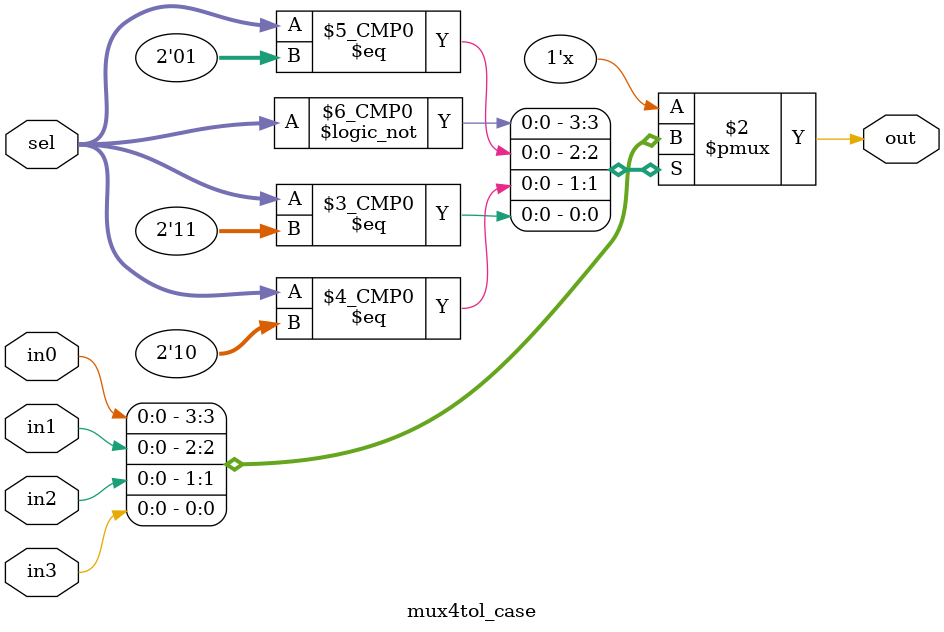
<source format=v>
module mux2to1_cond(	out,
			in0,
			in1,
			sel);
output		out		;
input		in0		;
input		in1		;
input		sel		;

assign	out = (sel)? in1 : in0 ;

endmodule

module mux4to1_inst(	out,
			in0,
			in1,
			sel)    ;
output		out		;
input	[1:0]	in0		;
input	[1:0]	in1		;
input	[1:0]	sel		;

wire 	[1:0]	carry		;

mux2to1_cond		mux4tol_u0(	.out ( carry[0] ),
				.in0 ( in0[0] ),
				.in1 ( in1[0] ),
				.sel ( sel[0] ));

mux2to1_cond		mux4tol_u1(	.out ( carry[1] ),
				.in0 ( in0[1] ),
				.in1 ( in1[1] ),
				.sel ( sel[0] ));

mux2to1_cond		mux4tol_u2(	.out ( out ),
				.in0 ( carry[0] ),
				.in1 ( carry[1] ),
				.sel ( sel[1] ));
endmodule

module mux4to1_if( 	out,
			in0,
			in1,
			in2,
			in3,
			sel);

output		out		;
input		in0		;
input		in1		;
input		in2		;
input		in3		;
input	[1:0]	sel		;

reg 		out		;
always @( sel, in0, in1, in2, in3  ) begin
	if		( sel == 2'b00 ) begin
		out = in0	;
	end else if 	( sel == 2'b01 ) begin
		out = in1	;
	end else if	( sel == 2'b10 ) begin
		out = in2	;
	end else if	( sel == 2'b11 ) begin
		out = in3	;
	end	
end
endmodule



module mux4tol_case(	out,
			in0,
			in1,
			in2,
			in3,
			sel);

output		out		;
input		in0		;
input		in1		;
input		in2		;
input		in3		;
input	[1:0]	sel		;

reg	out	;
//always @( sel, in0, in1, in2, in3)begin
// sel = {sel[1], sel[0]}
always @( sel[0], in0, in1, sel[1], in2, in3 )begin
	case( {sel} )
		2'b00 : out = in0	;
		2'b01 : out = in1	;
		2'b10 : out = in2	;
		2'b11 : out = in3	;
	endcase
end
endmodule



</source>
